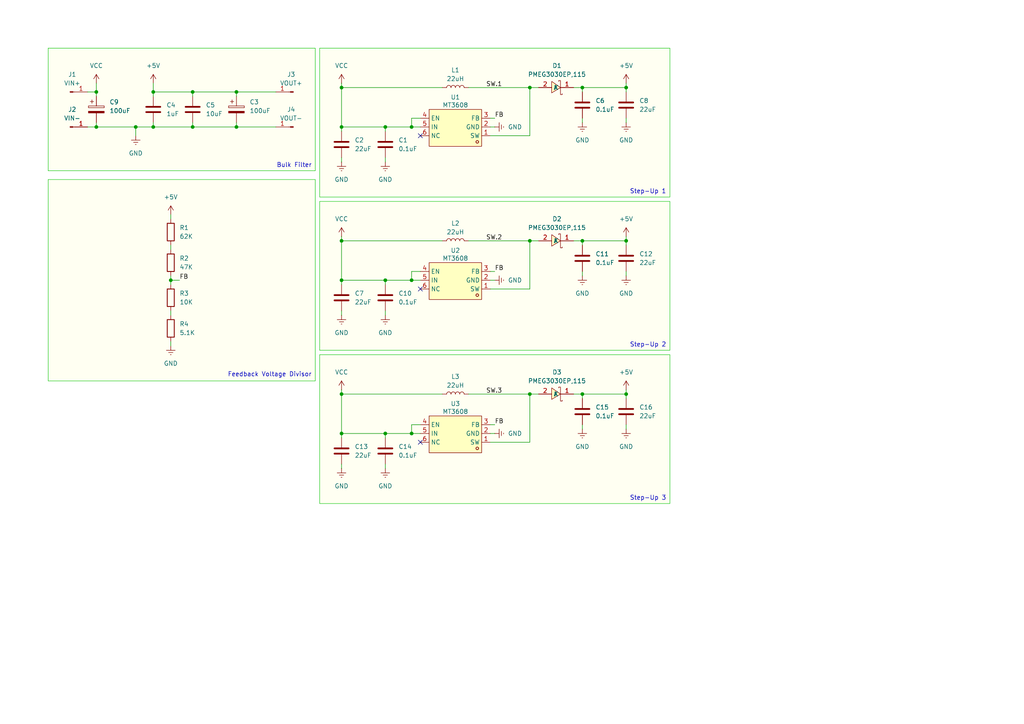
<source format=kicad_sch>
(kicad_sch (version 20250114) (generator "eeschema") (generator_version "9.0")
  (paper "A4")
  (lib_symbols
    (symbol "Connector:Conn_01x01_Pin" (pin_names (offset 1.016) (hide yes))
      (property "Reference" "J" (at 0 2.54 0))
      (property "Value" "Conn_01x01_Pin" (at 0 -2.54 0))
      (symbol "Conn_01x01_Pin_1_1"
        (rectangle (start 0.8636 0.127) (end 0 -0.127) (stroke (width 0.1524)) (fill (type outline)))
        (polyline (pts (xy 1.27 0) (xy 0.8636 0)) (stroke (width 0.1524)))
        (pin passive line (at 5.08 0 180) (length 3.81) (name "Pin_1") (number "1"))
      )
    )
    (symbol "Device:C" (pin_numbers (hide yes)) (pin_names (offset 0.254))
      (property "Reference" "C" (at 0.635 2.54 0))
      (property "Value" "C" (at 0.635 -2.54 0))
      (symbol "C_0_1"
        (polyline (pts (xy -2.032 0.762) (xy 2.032 0.762)) (stroke (width 0.508)))
        (polyline (pts (xy -2.032 -0.762) (xy 2.032 -0.762)) (stroke (width 0.508)))
      )
      (symbol "C_1_1"
        (pin passive line (at 0 3.81 270) (length 2.794) (name "~") (number "1"))
        (pin passive line (at 0 -3.81 90) (length 2.794) (name "~") (number "2"))
      )
    )
    (symbol "Device:C_Polarized" (pin_numbers (hide yes)) (pin_names (offset 0.254))
      (property "Reference" "C" (at 0.635 2.54 0))
      (property "Value" "C_Polarized" (at 0.635 -2.54 0))
      (symbol "C_Polarized_0_1"
        (rectangle (start -2.286 0.508) (end 2.286 1.016))
        (polyline (pts (xy -1.778 2.286) (xy -0.762 2.286)))
        (polyline (pts (xy -1.27 2.794) (xy -1.27 1.778)))
        (rectangle (start 2.286 -0.508) (end -2.286 -1.016) (fill (type outline)))
      )
      (symbol "C_Polarized_1_1"
        (pin passive line (at 0 3.81 270) (length 2.794) (name "~") (number "1"))
        (pin passive line (at 0 -3.81 90) (length 2.794) (name "~") (number "2"))
      )
    )
    (symbol "Device:L" (pin_numbers (hide yes)) (pin_names (offset 1.016) (hide yes))
      (property "Reference" "L" (at -1.27 0 90))
      (property "Value" "L" (at 1.905 0 90))
      (symbol "L_0_1"
        (arc (start 0 2.54) (mid 0.6323 1.905) (end 0 1.27))
        (arc (start 0 1.27) (mid 0.6323 0.635) (end 0 0))
        (arc (start 0 0) (mid 0.6323 -0.635) (end 0 -1.27))
        (arc (start 0 -1.27) (mid 0.6323 -1.905) (end 0 -2.54))
      )
      (symbol "L_1_1"
        (pin passive line (at 0 3.81 270) (length 1.27) (name "1") (number "1"))
        (pin passive line (at 0 -3.81 90) (length 1.27) (name "2") (number "2"))
      )
    )
    (symbol "Device:R" (pin_numbers (hide yes)) (pin_names (offset 0))
      (property "Reference" "R" (at 2.032 0 90))
      (property "Value" "R" (at 0 0 90))
      (symbol "R_0_1"
        (rectangle (start -1.016 -2.54) (end 1.016 2.54) (stroke (width 0.254)))
      )
      (symbol "R_1_1"
        (pin passive line (at 0 3.81 270) (length 1.27) (name "~") (number "1"))
        (pin passive line (at 0 -3.81 90) (length 1.27) (name "~") (number "2"))
      )
    )
    (symbol "EasyEDA:MT3608"
      (property "Reference" "U1" (at 0 10.16 0))
      (property "Value" "MT3608" (at 0 7.62 0))
      (symbol "MT3608_0_1"
        (rectangle (start -7.62 5.59) (end 7.62 -5.08) (fill (type background)))
        (circle (center -6.35 4.32) (radius 0.38))
        (circle (center -6.35 4.32) (radius 0.38))
        (pin unspecified line (at -10.16 2.54 0) (length 2.54) (name "SW") (number "1"))
        (pin unspecified line (at -10.16 0 0) (length 2.54) (name "GND") (number "2"))
        (pin unspecified line (at -10.16 -2.54 0) (length 2.54) (name "FB") (number "3"))
        (pin unspecified line (at 10.16 2.54 180) (length 2.54) (name "NC") (number "6"))
        (pin unspecified line (at 10.16 0 180) (length 2.54) (name "IN") (number "5"))
        (pin unspecified line (at 10.16 -2.54 180) (length 2.54) (name "EN") (number "4"))
      )
    )
    (symbol "EasyEDA:PMEG3030EP,115"
      (property "Reference" "D" (at 0 5.08 0))
      (property "Value" "PMEG3030EP,115" (at 0 -5.08 0))
      (symbol "PMEG3030EP,115_0_1"
        (polyline (pts (xy -1.78 1.78) (xy -1.78 2.03) (xy -1.27 2.03) (xy -1.27 -2.03) (xy -0.76 -2.03) (xy -0.76 -1.78)))
        (polyline (pts (xy 1.27 1.52) (xy -1.27 0) (xy 1.27 -1.78) (xy 1.27 1.52)) (fill (type background)))
        (pin unspecified line (at -5.08 0 0) (length 3.81) (name "K") (number "1"))
        (pin unspecified line (at 5.08 0 180) (length 3.81) (name "A") (number "2"))
      )
    )
    (symbol "power:+5V" (power) (pin_numbers (hide yes)) (pin_names (offset 0) (hide yes))
      (property "Value" "+5V" (at 0 3.556 0))
      (symbol "+5V_0_1"
        (polyline (pts (xy -0.762 1.27) (xy 0 2.54)))
        (polyline (pts (xy 0 2.54) (xy 0.762 1.27)))
        (polyline (pts (xy 0 0) (xy 0 2.54)))
      )
      (symbol "+5V_1_1"
        (pin power_in line (at 0 0 90) (length 0) (name "~") (number "1"))
      )
    )
    (symbol "power:GNDREF" (power) (pin_numbers (hide yes)) (pin_names (offset 0) (hide yes))
      (property "Value" "GNDREF" (at 0 -3.81 0))
      (symbol "GNDREF_0_1"
        (polyline (pts (xy -0.635 -1.905) (xy 0.635 -1.905)))
        (polyline (pts (xy -0.127 -2.54) (xy 0.127 -2.54)))
        (polyline (pts (xy 0 -1.27) (xy 0 0)))
        (polyline (pts (xy 1.27 -1.27) (xy -1.27 -1.27)))
      )
      (symbol "GNDREF_1_1"
        (pin power_in line (at 0 0 270) (length 0) (name "~") (number "1"))
      )
    )
    (symbol "power:VCC" (power) (pin_numbers (hide yes)) (pin_names (offset 0) (hide yes))
      (property "Value" "VCC" (at 0 3.556 0))
      (symbol "VCC_0_1"
        (polyline (pts (xy -0.762 1.27) (xy 0 2.54)))
        (polyline (pts (xy 0 2.54) (xy 0.762 1.27)))
        (polyline (pts (xy 0 0) (xy 0 2.54)))
      )
      (symbol "VCC_1_1"
        (pin power_in line (at 0 0 90) (length 0) (name "~") (number "1"))
      )
    )
  )
  (rectangle (start 13.97 13.97) (end 91.44 49.53) (stroke (width 0.127) (color 0 194 0 1)) (fill (type color) (color 255 255 194 0.2)))
  (rectangle (start 13.97 52.07) (end 91.44 110.49) (stroke (width 0.127) (color 0 194 0 1)) (fill (type color) (color 255 255 194 0.2)))
  (rectangle (start 92.71 58.42) (end 194.31 101.6) (stroke (width 0.127) (color 0 194 0 1)) (fill (type color) (color 255 255 194 0.2)))
  (rectangle (start 92.71 13.97) (end 194.31 57.15) (stroke (width 0.127) (color 0 194 0 1)) (fill (type color) (color 255 255 194 0.2)))
  (rectangle (start 92.71 102.87) (end 194.31 146.05) (stroke (width 0.127) (color 0 194 0 1)) (fill (type color) (color 255 255 194 0.2)))
  (text "Step-Up 3" (at 187.96 144.526 0) (effects (font (size 1.27 1.27))))
  (text "Bulk Filter" (at 85.344 48.006 0) (effects (font (size 1.27 1.27))))
  (text "Step-Up 2" (at 187.96 100.076 0) (effects (font (size 1.27 1.27))))
  (text "Feedback Voltage Divisor" (at 78.232 108.712 0) (effects (font (size 1.27 1.27))))
  (text "Step-Up 1" (at 187.96 55.626 0) (effects (font (size 1.27 1.27))))
  (junction (at 99.06 81.28))
  (junction (at 27.94 26.67))
  (junction (at 153.67 114.3))
  (junction (at 68.58 26.67))
  (junction (at 99.06 69.85))
  (junction (at 119.38 81.28))
  (junction (at 153.67 25.4))
  (junction (at 153.67 69.85))
  (junction (at 111.76 81.28))
  (junction (at 55.88 26.67))
  (junction (at 44.45 26.67))
  (junction (at 111.76 36.83))
  (junction (at 55.88 36.83))
  (junction (at 168.91 25.4))
  (junction (at 68.58 36.83))
  (junction (at 99.06 25.4))
  (junction (at 168.91 114.3))
  (junction (at 181.61 69.85))
  (junction (at 119.38 36.83))
  (junction (at 99.06 36.83))
  (junction (at 99.06 125.73))
  (junction (at 111.76 125.73))
  (junction (at 99.06 114.3))
  (junction (at 181.61 25.4))
  (junction (at 44.45 36.83))
  (junction (at 39.37 36.83))
  (junction (at 27.94 36.83))
  (junction (at 181.61 114.3))
  (junction (at 168.91 69.85))
  (junction (at 49.53 81.28))
  (junction (at 119.38 125.73))
  (no_connect (at 121.92 39.37))
  (no_connect (at 121.92 128.27))
  (no_connect (at 121.92 83.82))
  (wire (pts (xy 111.76 46.99) (xy 111.76 45.72)))
  (wire (pts (xy 99.06 113.03) (xy 99.06 114.3)))
  (wire (pts (xy 168.91 69.85) (xy 168.91 71.12)))
  (wire (pts (xy 168.91 114.3) (xy 181.61 114.3)))
  (wire (pts (xy 44.45 35.56) (xy 44.45 36.83)))
  (wire (pts (xy 142.24 39.37) (xy 153.67 39.37)))
  (wire (pts (xy 153.67 83.82) (xy 153.67 69.85)))
  (wire (pts (xy 181.61 69.85) (xy 181.61 68.58)))
  (wire (pts (xy 25.4 26.67) (xy 27.94 26.67)))
  (wire (pts (xy 168.91 69.85) (xy 181.61 69.85)))
  (wire (pts (xy 55.88 27.94) (xy 55.88 26.67)))
  (wire (pts (xy 153.67 114.3) (xy 135.89 114.3)))
  (wire (pts (xy 49.53 90.17) (xy 49.53 91.44)))
  (wire (pts (xy 99.06 81.28) (xy 111.76 81.28)))
  (wire (pts (xy 142.24 83.82) (xy 153.67 83.82)))
  (wire (pts (xy 111.76 125.73) (xy 119.38 125.73)))
  (wire (pts (xy 119.38 81.28) (xy 121.92 81.28)))
  (wire (pts (xy 168.91 25.4) (xy 168.91 26.67)))
  (wire (pts (xy 181.61 78.74) (xy 181.61 80.01)))
  (wire (pts (xy 153.67 69.85) (xy 156.21 69.85)))
  (wire (pts (xy 168.91 123.19) (xy 168.91 124.46)))
  (wire (pts (xy 119.38 34.29) (xy 119.38 36.83)))
  (wire (pts (xy 143.51 34.29) (xy 142.24 34.29)))
  (wire (pts (xy 68.58 26.67) (xy 80.01 26.67)))
  (wire (pts (xy 99.06 125.73) (xy 99.06 114.3)))
  (wire (pts (xy 99.06 25.4) (xy 128.27 25.4)))
  (wire (pts (xy 181.61 69.85) (xy 181.61 71.12)))
  (wire (pts (xy 153.67 25.4) (xy 156.21 25.4)))
  (wire (pts (xy 99.06 125.73) (xy 111.76 125.73)))
  (wire (pts (xy 55.88 26.67) (xy 68.58 26.67)))
  (wire (pts (xy 99.06 127) (xy 99.06 125.73)))
  (wire (pts (xy 168.91 114.3) (xy 168.91 115.57)))
  (wire (pts (xy 49.53 71.12) (xy 49.53 72.39)))
  (wire (pts (xy 153.67 128.27) (xy 153.67 114.3)))
  (wire (pts (xy 181.61 25.4) (xy 181.61 26.67)))
  (wire (pts (xy 111.76 38.1) (xy 111.76 36.83)))
  (wire (pts (xy 111.76 127) (xy 111.76 125.73)))
  (wire (pts (xy 49.53 81.28) (xy 49.53 82.55)))
  (wire (pts (xy 99.06 90.17) (xy 99.06 91.44)))
  (wire (pts (xy 142.24 125.73) (xy 143.51 125.73)))
  (wire (pts (xy 68.58 26.67) (xy 68.58 27.94)))
  (wire (pts (xy 111.76 82.55) (xy 111.76 81.28)))
  (wire (pts (xy 44.45 24.13) (xy 44.45 26.67)))
  (wire (pts (xy 49.53 62.23) (xy 49.53 63.5)))
  (wire (pts (xy 181.61 123.19) (xy 181.61 124.46)))
  (wire (pts (xy 99.06 38.1) (xy 99.06 36.83)))
  (wire (pts (xy 44.45 26.67) (xy 55.88 26.67)))
  (wire (pts (xy 153.67 39.37) (xy 153.67 25.4)))
  (wire (pts (xy 111.76 91.44) (xy 111.76 90.17)))
  (wire (pts (xy 99.06 134.62) (xy 99.06 135.89)))
  (wire (pts (xy 99.06 82.55) (xy 99.06 81.28)))
  (wire (pts (xy 119.38 125.73) (xy 121.92 125.73)))
  (wire (pts (xy 143.51 123.19) (xy 142.24 123.19)))
  (wire (pts (xy 99.06 81.28) (xy 99.06 69.85)))
  (wire (pts (xy 142.24 36.83) (xy 143.51 36.83)))
  (wire (pts (xy 55.88 35.56) (xy 55.88 36.83)))
  (wire (pts (xy 111.76 81.28) (xy 119.38 81.28)))
  (wire (pts (xy 111.76 36.83) (xy 119.38 36.83)))
  (wire (pts (xy 99.06 36.83) (xy 111.76 36.83)))
  (wire (pts (xy 181.61 114.3) (xy 181.61 115.57)))
  (wire (pts (xy 166.37 69.85) (xy 168.91 69.85)))
  (wire (pts (xy 68.58 36.83) (xy 80.01 36.83)))
  (wire (pts (xy 168.91 34.29) (xy 168.91 35.56)))
  (wire (pts (xy 143.51 78.74) (xy 142.24 78.74)))
  (wire (pts (xy 49.53 99.06) (xy 49.53 100.33)))
  (wire (pts (xy 39.37 36.83) (xy 39.37 39.37)))
  (wire (pts (xy 119.38 36.83) (xy 121.92 36.83)))
  (wire (pts (xy 25.4 36.83) (xy 27.94 36.83)))
  (wire (pts (xy 27.94 24.13) (xy 27.94 26.67)))
  (wire (pts (xy 121.92 123.19) (xy 119.38 123.19)))
  (wire (pts (xy 68.58 35.56) (xy 68.58 36.83)))
  (wire (pts (xy 49.53 81.28) (xy 52.07 81.28)))
  (wire (pts (xy 142.24 81.28) (xy 143.51 81.28)))
  (wire (pts (xy 121.92 78.74) (xy 119.38 78.74)))
  (wire (pts (xy 99.06 24.13) (xy 99.06 25.4)))
  (wire (pts (xy 99.06 69.85) (xy 128.27 69.85)))
  (wire (pts (xy 27.94 35.56) (xy 27.94 36.83)))
  (wire (pts (xy 181.61 34.29) (xy 181.61 35.56)))
  (wire (pts (xy 168.91 25.4) (xy 181.61 25.4)))
  (wire (pts (xy 44.45 36.83) (xy 55.88 36.83)))
  (wire (pts (xy 99.06 36.83) (xy 99.06 25.4)))
  (wire (pts (xy 39.37 36.83) (xy 44.45 36.83)))
  (wire (pts (xy 119.38 78.74) (xy 119.38 81.28)))
  (wire (pts (xy 99.06 45.72) (xy 99.06 46.99)))
  (wire (pts (xy 166.37 114.3) (xy 168.91 114.3)))
  (wire (pts (xy 55.88 36.83) (xy 68.58 36.83)))
  (wire (pts (xy 153.67 114.3) (xy 156.21 114.3)))
  (wire (pts (xy 44.45 27.94) (xy 44.45 26.67)))
  (wire (pts (xy 153.67 69.85) (xy 135.89 69.85)))
  (wire (pts (xy 142.24 128.27) (xy 153.67 128.27)))
  (wire (pts (xy 27.94 27.94) (xy 27.94 26.67)))
  (wire (pts (xy 168.91 78.74) (xy 168.91 80.01)))
  (wire (pts (xy 119.38 123.19) (xy 119.38 125.73)))
  (wire (pts (xy 99.06 68.58) (xy 99.06 69.85)))
  (wire (pts (xy 49.53 80.01) (xy 49.53 81.28)))
  (wire (pts (xy 166.37 25.4) (xy 168.91 25.4)))
  (wire (pts (xy 181.61 25.4) (xy 181.61 24.13)))
  (wire (pts (xy 121.92 34.29) (xy 119.38 34.29)))
  (wire (pts (xy 111.76 135.89) (xy 111.76 134.62)))
  (wire (pts (xy 99.06 114.3) (xy 128.27 114.3)))
  (wire (pts (xy 27.94 36.83) (xy 39.37 36.83)))
  (wire (pts (xy 153.67 25.4) (xy 135.89 25.4)))
  (wire (pts (xy 181.61 114.3) (xy 181.61 113.03)))
  (label "FB" (at 143.51 123.19 0))
  (label "SW.1" (at 140.97 25.4 0))
  (label "FB" (at 52.07 81.28 0))
  (label "" (at 27.94 25.4 0))
  (label "SW.2" (at 140.97 69.85 0))
  (label "FB" (at 143.51 78.74 0))
  (label "FB" (at 143.51 34.29 0))
  (label "SW.3" (at 140.97 114.3 0))
  (symbol (lib_id "power:GNDREF") (at 49.53 100.33 0) (unit 1)
    (property "Reference" "#PWR026" (effects (hide yes)))
    (property "Value" "GND" (at 49.53 105.41 0))
    (property "Description" "Power symbol creates a global label with name \"GNDREF\" , reference supply ground" (effects (hide yes)))
  )
  (symbol (lib_id "Device:C") (at 181.61 74.93 0) (unit 1)
    (property "Reference" "C12" (at 185.42 73.6599 0) (effects (justify left)))
    (property "Value" "22uF" (at 185.42 76.1999 0) (effects (justify left)))
    (property "Footprint" "Capacitor_SMD:C_0201_0603Metric_Pad0.64x0.40mm_HandSolder" (effects (hide yes)))
    (property "Description" "Unpolarized capacitor" (effects (hide yes)))
  )
  (symbol (lib_id "Device:C") (at 99.06 130.81 0) (unit 1)
    (property "Reference" "C13" (at 102.87 129.5399 0) (effects (justify left)))
    (property "Value" "22uF" (at 102.87 132.0799 0) (effects (justify left)))
    (property "Footprint" "Capacitor_SMD:C_0201_0603Metric_Pad0.64x0.40mm_HandSolder" (effects (hide yes)))
    (property "Description" "Unpolarized capacitor" (effects (hide yes)))
  )
  (symbol (lib_id "Device:C") (at 44.45 31.75 0) (unit 1)
    (property "Reference" "C4" (at 48.26 30.4799 0) (effects (justify left)))
    (property "Value" "1uF" (at 48.26 33.0199 0) (effects (justify left)))
    (property "Footprint" "Capacitor_SMD:C_0402_1005Metric_Pad0.74x0.62mm_HandSolder" (effects (hide yes)))
    (property "Description" "Unpolarized capacitor" (effects (hide yes)))
  )
  (symbol (lib_id "power:GNDREF") (at 168.91 35.56 0) (unit 1)
    (property "Reference" "#PWR09" (effects (hide yes)))
    (property "Value" "GND" (at 168.91 40.64 0))
    (property "Description" "Power symbol creates a global label with name \"GNDREF\" , reference supply ground" (effects (hide yes)))
  )
  (symbol (lib_id "power:+5V") (at 44.45 24.13 0) (unit 1)
    (property "Reference" "#PWR03" (effects (hide yes)))
    (property "Value" "+5V" (at 44.45 19.05 0))
    (property "Description" "Power symbol creates a global label with name \"+5V\"" (effects (hide yes)))
  )
  (symbol (lib_id "EasyEDA:PMEG3030EP,115") (at 161.29 114.3 180) (unit 1)
    (property "Reference" "D3" (at 161.545 107.95 0))
    (property "Value" "PMEG3030EP,115" (at 161.545 110.49 0))
    (property "Footprint" "EasyEDA:SOD-128_L3.7-W2.5-LS4.7-RD" (effects (hide yes)))
    (property "Datasheet" "https://lcsc.com/product-detail/New-Arrivals_Nexperia-PMEG3030EP-115_C255587.html" (effects (hide yes)))
    (property "LCSC Part" "C255587" (effects (hide yes)))
  )
  (symbol (lib_id "power:VCC") (at 27.94 24.13 0) (unit 1)
    (property "Reference" "#PWR01" (effects (hide yes)))
    (property "Value" "VCC" (at 27.94 19.05 0))
    (property "Description" "Power symbol creates a global label with name \"VCC\"" (effects (hide yes)))
  )
  (symbol (lib_id "Device:C") (at 168.91 30.48 0) (unit 1)
    (property "Reference" "C6" (at 172.72 29.2099 0) (effects (justify left)))
    (property "Value" "0.1uF" (at 172.72 31.7499 0) (effects (justify left)))
    (property "Footprint" "Capacitor_SMD:C_0201_0603Metric_Pad0.64x0.40mm_HandSolder" (effects (hide yes)))
    (property "Description" "Unpolarized capacitor" (effects (hide yes)))
  )
  (symbol (lib_id "power:GNDREF") (at 99.06 91.44 0) (unit 1)
    (property "Reference" "#PWR012" (effects (hide yes)))
    (property "Value" "GND" (at 99.06 96.52 0))
    (property "Description" "Power symbol creates a global label with name \"GNDREF\" , reference supply ground" (effects (hide yes)))
  )
  (symbol (lib_id "power:GNDREF") (at 111.76 135.89 0) (unit 1)
    (property "Reference" "#PWR020" (effects (hide yes)))
    (property "Value" "GND" (at 111.76 140.97 0))
    (property "Description" "Power symbol creates a global label with name \"GNDREF\" , reference supply ground" (effects (hide yes)))
  )
  (symbol (lib_id "power:VCC") (at 99.06 113.03 0) (unit 1)
    (property "Reference" "#PWR018" (effects (hide yes)))
    (property "Value" "VCC" (at 99.06 107.95 0))
    (property "Description" "Power symbol creates a global label with name \"VCC\"" (effects (hide yes)))
  )
  (symbol (lib_id "power:GNDREF") (at 143.51 125.73 90) (unit 1)
    (property "Reference" "#PWR021" (effects (hide yes)))
    (property "Value" "GND" (at 147.32 125.7299 90) (effects (justify right)))
    (property "Description" "Power symbol creates a global label with name \"GNDREF\" , reference supply ground" (effects (hide yes)))
  )
  (symbol (lib_id "power:GNDREF") (at 181.61 35.56 0) (unit 1)
    (property "Reference" "#PWR010" (effects (hide yes)))
    (property "Value" "GND" (at 181.61 40.64 0))
    (property "Description" "Power symbol creates a global label with name \"GNDREF\" , reference supply ground" (effects (hide yes)))
  )
  (symbol (lib_id "power:GNDREF") (at 143.51 36.83 90) (unit 1)
    (property "Reference" "#PWR04" (effects (hide yes)))
    (property "Value" "GND" (at 147.32 36.8299 90) (effects (justify right)))
    (property "Description" "Power symbol creates a global label with name \"GNDREF\" , reference supply ground" (effects (hide yes)))
  )
  (symbol (lib_id "power:+5V") (at 49.53 62.23 0) (unit 1)
    (property "Reference" "#PWR025" (effects (hide yes)))
    (property "Value" "+5V" (at 49.53 57.15 0))
    (property "Description" "Power symbol creates a global label with name \"+5V\"" (effects (hide yes)))
  )
  (symbol (lib_id "Device:R") (at 49.53 86.36 0) (unit 1)
    (property "Reference" "R3" (at 52.07 85.0899 0) (effects (justify left)))
    (property "Value" "10K" (at 52.07 87.6299 0) (effects (justify left)))
    (property "Footprint" "Resistor_SMD:R_1206_3216Metric_Pad1.30x1.75mm_HandSolder" (effects (hide yes)))
    (property "Description" "Resistor" (effects (hide yes)))
  )
  (symbol (lib_id "Device:C") (at 111.76 86.36 0) (unit 1)
    (property "Reference" "C10" (at 115.57 85.0899 0) (effects (justify left)))
    (property "Value" "0.1uF" (at 115.57 87.6299 0) (effects (justify left)))
    (property "Footprint" "Capacitor_SMD:C_0201_0603Metric_Pad0.64x0.40mm_HandSolder" (effects (hide yes)))
    (property "Description" "Unpolarized capacitor" (effects (hide yes)))
  )
  (symbol (lib_id "power:VCC") (at 99.06 24.13 0) (unit 1)
    (property "Reference" "#PWR07" (effects (hide yes)))
    (property "Value" "VCC" (at 99.06 19.05 0))
    (property "Description" "Power symbol creates a global label with name \"VCC\"" (effects (hide yes)))
  )
  (symbol (lib_id "Device:L") (at 132.08 25.4 90) (unit 1)
    (property "Reference" "L1" (at 132.08 20.32 90))
    (property "Value" "22uH" (at 132.08 22.86 90))
    (property "Footprint" "Inductor_SMD:L_12x12mm_H8mm" (effects (hide yes)))
    (property "Description" "Inductor" (effects (hide yes)))
  )
  (symbol (lib_id "Device:C") (at 111.76 41.91 0) (unit 1)
    (property "Reference" "C1" (at 115.57 40.6399 0) (effects (justify left)))
    (property "Value" "0.1uF" (at 115.57 43.1799 0) (effects (justify left)))
    (property "Footprint" "Capacitor_SMD:C_0201_0603Metric_Pad0.64x0.40mm_HandSolder" (effects (hide yes)))
    (property "Description" "Unpolarized capacitor" (effects (hide yes)))
  )
  (symbol (lib_id "power:+5V") (at 181.61 68.58 0) (unit 1)
    (property "Reference" "#PWR016" (effects (hide yes)))
    (property "Value" "+5V" (at 181.61 63.5 0))
    (property "Description" "Power symbol creates a global label with name \"+5V\"" (effects (hide yes)))
  )
  (symbol (lib_id "Device:C") (at 99.06 41.91 0) (unit 1)
    (property "Reference" "C2" (at 102.87 40.6399 0) (effects (justify left)))
    (property "Value" "22uF" (at 102.87 43.1799 0) (effects (justify left)))
    (property "Footprint" "Capacitor_SMD:C_0201_0603Metric_Pad0.64x0.40mm_HandSolder" (effects (hide yes)))
    (property "Description" "Unpolarized capacitor" (effects (hide yes)))
  )
  (symbol (lib_id "Connector:Conn_01x01_Pin") (at 85.09 36.83 180) (unit 1)
    (property "Reference" "J4" (at 84.455 31.75 0))
    (property "Value" "VOUT-" (at 84.455 34.29 0))
    (property "Description" "Generic connector, single row, 01x01, script generated" (effects (hide yes)))
  )
  (symbol (lib_id "Device:L") (at 132.08 69.85 90) (unit 1)
    (property "Reference" "L2" (at 132.08 64.77 90))
    (property "Value" "22uH" (at 132.08 67.31 90))
    (property "Footprint" "Inductor_SMD:L_12x12mm_H8mm" (effects (hide yes)))
    (property "Description" "Inductor" (effects (hide yes)))
  )
  (symbol (lib_id "power:GNDREF") (at 168.91 80.01 0) (unit 1)
    (property "Reference" "#PWR015" (effects (hide yes)))
    (property "Value" "GND" (at 168.91 85.09 0))
    (property "Description" "Power symbol creates a global label with name \"GNDREF\" , reference supply ground" (effects (hide yes)))
  )
  (symbol (lib_id "Device:C") (at 181.61 119.38 0) (unit 1)
    (property "Reference" "C16" (at 185.42 118.1099 0) (effects (justify left)))
    (property "Value" "22uF" (at 185.42 120.6499 0) (effects (justify left)))
    (property "Footprint" "Capacitor_SMD:C_0201_0603Metric_Pad0.64x0.40mm_HandSolder" (effects (hide yes)))
    (property "Description" "Unpolarized capacitor" (effects (hide yes)))
  )
  (symbol (lib_id "Device:R") (at 49.53 76.2 0) (unit 1)
    (property "Reference" "R2" (at 52.07 74.9299 0) (effects (justify left)))
    (property "Value" "47K" (at 52.07 77.4699 0) (effects (justify left)))
    (property "Footprint" "Resistor_SMD:R_1206_3216Metric_Pad1.30x1.75mm_HandSolder" (effects (hide yes)))
    (property "Description" "Resistor" (effects (hide yes)))
  )
  (symbol (lib_id "Device:L") (at 132.08 114.3 90) (unit 1)
    (property "Reference" "L3" (at 132.08 109.22 90))
    (property "Value" "22uH" (at 132.08 111.76 90))
    (property "Footprint" "Inductor_SMD:L_12x12mm_H8mm" (effects (hide yes)))
    (property "Description" "Inductor" (effects (hide yes)))
  )
  (symbol (lib_id "power:GNDREF") (at 143.51 81.28 90) (unit 1)
    (property "Reference" "#PWR014" (effects (hide yes)))
    (property "Value" "GND" (at 147.32 81.2799 90) (effects (justify right)))
    (property "Description" "Power symbol creates a global label with name \"GNDREF\" , reference supply ground" (effects (hide yes)))
  )
  (symbol (lib_id "Device:R") (at 49.53 67.31 0) (unit 1)
    (property "Reference" "R1" (at 52.07 66.0399 0) (effects (justify left)))
    (property "Value" "62K" (at 52.07 68.5799 0) (effects (justify left)))
    (property "Footprint" "Resistor_SMD:R_1206_3216Metric_Pad1.30x1.75mm_HandSolder" (effects (hide yes)))
    (property "Description" "Resistor" (effects (hide yes)))
  )
  (symbol (lib_id "power:GNDREF") (at 168.91 124.46 0) (unit 1)
    (property "Reference" "#PWR022" (effects (hide yes)))
    (property "Value" "GND" (at 168.91 129.54 0))
    (property "Description" "Power symbol creates a global label with name \"GNDREF\" , reference supply ground" (effects (hide yes)))
  )
  (symbol (lib_id "Connector:Conn_01x01_Pin") (at 85.09 26.67 180) (unit 1)
    (property "Reference" "J3" (at 84.455 21.59 0))
    (property "Value" "VOUT+" (at 84.455 24.13 0))
    (property "Description" "Generic connector, single row, 01x01, script generated" (effects (hide yes)))
  )
  (symbol (lib_id "power:+5V") (at 181.61 113.03 0) (unit 1)
    (property "Reference" "#PWR023" (effects (hide yes)))
    (property "Value" "+5V" (at 181.61 107.95 0))
    (property "Description" "Power symbol creates a global label with name \"+5V\"" (effects (hide yes)))
  )
  (symbol (lib_id "EasyEDA:MT3608") (at 132.08 125.73 180) (unit 1)
    (property "Reference" "U3" (at 132.08 117.094 0))
    (property "Value" "MT3608" (at 132.08 119.38 0))
    (property "Footprint" "EasyEDA:SOT-23-6_L2.9-W1.6-P0.95-LS2.8-BL" (effects (hide yes)))
    (property "Datasheet" "https://lcsc.com/product-detail/DC-DC-Converters_MT3608_C84817.html" (effects (hide yes)))
    (property "LCSC Part" "C84817" (effects (hide yes)))
  )
  (symbol (lib_id "power:GNDREF") (at 111.76 91.44 0) (unit 1)
    (property "Reference" "#PWR013" (effects (hide yes)))
    (property "Value" "GND" (at 111.76 96.52 0))
    (property "Description" "Power symbol creates a global label with name \"GNDREF\" , reference supply ground" (effects (hide yes)))
  )
  (symbol (lib_id "power:VCC") (at 99.06 68.58 0) (unit 1)
    (property "Reference" "#PWR011" (effects (hide yes)))
    (property "Value" "VCC" (at 99.06 63.5 0))
    (property "Description" "Power symbol creates a global label with name \"VCC\"" (effects (hide yes)))
  )
  (symbol (lib_id "Connector:Conn_01x01_Pin") (at 20.32 26.67 0) (unit 1)
    (property "Reference" "J1" (at 20.955 21.59 0))
    (property "Value" "VIN+" (at 20.955 24.13 0))
    (property "Description" "Generic connector, single row, 01x01, script generated" (effects (hide yes)))
  )
  (symbol (lib_id "EasyEDA:PMEG3030EP,115") (at 161.29 69.85 180) (unit 1)
    (property "Reference" "D2" (at 161.545 63.5 0))
    (property "Value" "PMEG3030EP,115" (at 161.545 66.04 0))
    (property "Footprint" "EasyEDA:SOD-128_L3.7-W2.5-LS4.7-RD" (effects (hide yes)))
    (property "Datasheet" "https://lcsc.com/product-detail/New-Arrivals_Nexperia-PMEG3030EP-115_C255587.html" (effects (hide yes)))
    (property "LCSC Part" "C255587" (effects (hide yes)))
  )
  (symbol (lib_id "power:GNDREF") (at 39.37 39.37 0) (unit 1)
    (property "Reference" "#PWR02" (effects (hide yes)))
    (property "Value" "GND" (at 39.37 44.45 0))
    (property "Description" "Power symbol creates a global label with name \"GNDREF\" , reference supply ground" (effects (hide yes)))
  )
  (symbol (lib_id "EasyEDA:MT3608") (at 132.08 81.28 180) (unit 1)
    (property "Reference" "U2" (at 132.08 72.644 0))
    (property "Value" "MT3608" (at 132.08 74.93 0))
    (property "Footprint" "EasyEDA:SOT-23-6_L2.9-W1.6-P0.95-LS2.8-BL" (effects (hide yes)))
    (property "Datasheet" "https://lcsc.com/product-detail/DC-DC-Converters_MT3608_C84817.html" (effects (hide yes)))
    (property "LCSC Part" "C84817" (effects (hide yes)))
  )
  (symbol (lib_id "Device:C") (at 111.76 130.81 0) (unit 1)
    (property "Reference" "C14" (at 115.57 129.5399 0) (effects (justify left)))
    (property "Value" "0.1uF" (at 115.57 132.0799 0) (effects (justify left)))
    (property "Footprint" "Capacitor_SMD:C_0201_0603Metric_Pad0.64x0.40mm_HandSolder" (effects (hide yes)))
    (property "Description" "Unpolarized capacitor" (effects (hide yes)))
  )
  (symbol (lib_id "power:GNDREF") (at 181.61 80.01 0) (unit 1)
    (property "Reference" "#PWR017" (effects (hide yes)))
    (property "Value" "GND" (at 181.61 85.09 0))
    (property "Description" "Power symbol creates a global label with name \"GNDREF\" , reference supply ground" (effects (hide yes)))
  )
  (symbol (lib_id "Device:C_Polarized") (at 27.94 31.75 0) (unit 1)
    (property "Reference" "C9" (at 31.75 29.5909 0) (effects (justify left)))
    (property "Value" "100uF" (at 31.75 32.1309 0) (effects (justify left)))
    (property "Footprint" "Capacitor_SMD:CP_Elec_8x10.5" (effects (hide yes)))
    (property "Description" "Polarized capacitor" (effects (hide yes)))
  )
  (symbol (lib_id "power:GNDREF") (at 111.76 46.99 0) (unit 1)
    (property "Reference" "#PWR05" (effects (hide yes)))
    (property "Value" "GND" (at 111.76 52.07 0))
    (property "Description" "Power symbol creates a global label with name \"GNDREF\" , reference supply ground" (effects (hide yes)))
  )
  (symbol (lib_id "Device:C") (at 181.61 30.48 0) (unit 1)
    (property "Reference" "C8" (at 185.42 29.2099 0) (effects (justify left)))
    (property "Value" "22uF" (at 185.42 31.7499 0) (effects (justify left)))
    (property "Footprint" "Capacitor_SMD:C_0201_0603Metric_Pad0.64x0.40mm_HandSolder" (effects (hide yes)))
    (property "Description" "Unpolarized capacitor" (effects (hide yes)))
  )
  (symbol (lib_id "power:GNDREF") (at 99.06 46.99 0) (unit 1)
    (property "Reference" "#PWR06" (effects (hide yes)))
    (property "Value" "GND" (at 99.06 52.07 0))
    (property "Description" "Power symbol creates a global label with name \"GNDREF\" , reference supply ground" (effects (hide yes)))
  )
  (symbol (lib_id "Device:C") (at 55.88 31.75 0) (unit 1)
    (property "Reference" "C5" (at 59.69 30.4799 0) (effects (justify left)))
    (property "Value" "10uF" (at 59.69 33.0199 0) (effects (justify left)))
    (property "Footprint" "Capacitor_SMD:C_0603_1608Metric_Pad1.08x0.95mm_HandSolder" (effects (hide yes)))
    (property "Description" "Unpolarized capacitor" (effects (hide yes)))
  )
  (symbol (lib_id "power:+5V") (at 181.61 24.13 0) (unit 1)
    (property "Reference" "#PWR08" (effects (hide yes)))
    (property "Value" "+5V" (at 181.61 19.05 0))
    (property "Description" "Power symbol creates a global label with name \"+5V\"" (effects (hide yes)))
  )
  (symbol (lib_id "EasyEDA:PMEG3030EP,115") (at 161.29 25.4 180) (unit 1)
    (property "Reference" "D1" (at 161.545 19.05 0))
    (property "Value" "PMEG3030EP,115" (at 161.545 21.59 0))
    (property "Footprint" "EasyEDA:SOD-128_L3.7-W2.5-LS4.7-RD" (effects (hide yes)))
    (property "Datasheet" "https://lcsc.com/product-detail/New-Arrivals_Nexperia-PMEG3030EP-115_C255587.html" (effects (hide yes)))
    (property "LCSC Part" "C255587" (effects (hide yes)))
  )
  (symbol (lib_id "power:GNDREF") (at 99.06 135.89 0) (unit 1)
    (property "Reference" "#PWR019" (effects (hide yes)))
    (property "Value" "GND" (at 99.06 140.97 0))
    (property "Description" "Power symbol creates a global label with name \"GNDREF\" , reference supply ground" (effects (hide yes)))
  )
  (symbol (lib_id "Device:C") (at 168.91 74.93 0) (unit 1)
    (property "Reference" "C11" (at 172.72 73.6599 0) (effects (justify left)))
    (property "Value" "0.1uF" (at 172.72 76.1999 0) (effects (justify left)))
    (property "Footprint" "Capacitor_SMD:C_0201_0603Metric_Pad0.64x0.40mm_HandSolder" (effects (hide yes)))
    (property "Description" "Unpolarized capacitor" (effects (hide yes)))
  )
  (symbol (lib_id "power:GNDREF") (at 181.61 124.46 0) (unit 1)
    (property "Reference" "#PWR024" (effects (hide yes)))
    (property "Value" "GND" (at 181.61 129.54 0))
    (property "Description" "Power symbol creates a global label with name \"GNDREF\" , reference supply ground" (effects (hide yes)))
  )
  (symbol (lib_id "Connector:Conn_01x01_Pin") (at 20.32 36.83 0) (unit 1)
    (property "Reference" "J2" (at 20.955 31.75 0))
    (property "Value" "VIN-" (at 20.955 34.29 0))
    (property "Description" "Generic connector, single row, 01x01, script generated" (effects (hide yes)))
  )
  (symbol (lib_id "Device:C_Polarized") (at 68.58 31.75 0) (unit 1)
    (property "Reference" "C3" (at 72.39 29.5909 0) (effects (justify left)))
    (property "Value" "100uF" (at 72.39 32.1309 0) (effects (justify left)))
    (property "Footprint" "Capacitor_SMD:CP_Elec_8x10.5" (effects (hide yes)))
    (property "Description" "Polarized capacitor" (effects (hide yes)))
  )
  (symbol (lib_id "Device:C") (at 168.91 119.38 0) (unit 1)
    (property "Reference" "C15" (at 172.72 118.1099 0) (effects (justify left)))
    (property "Value" "0.1uF" (at 172.72 120.6499 0) (effects (justify left)))
    (property "Footprint" "Capacitor_SMD:C_0201_0603Metric_Pad0.64x0.40mm_HandSolder" (effects (hide yes)))
    (property "Description" "Unpolarized capacitor" (effects (hide yes)))
  )
  (symbol (lib_id "Device:C") (at 99.06 86.36 0) (unit 1)
    (property "Reference" "C7" (at 102.87 85.0899 0) (effects (justify left)))
    (property "Value" "22uF" (at 102.87 87.6299 0) (effects (justify left)))
    (property "Footprint" "Capacitor_SMD:C_0201_0603Metric_Pad0.64x0.40mm_HandSolder" (effects (hide yes)))
    (property "Description" "Unpolarized capacitor" (effects (hide yes)))
  )
  (symbol (lib_id "Device:R") (at 49.53 95.25 0) (unit 1)
    (property "Reference" "R4" (at 52.07 93.9799 0) (effects (justify left)))
    (property "Value" "5.1K" (at 52.07 96.5199 0) (effects (justify left)))
    (property "Footprint" "Resistor_SMD:R_1206_3216Metric_Pad1.30x1.75mm_HandSolder" (effects (hide yes)))
    (property "Description" "Resistor" (effects (hide yes)))
  )
  (symbol (lib_id "EasyEDA:MT3608") (at 132.08 36.83 180) (unit 1)
    (property "Reference" "U1" (at 132.08 28.194 0))
    (property "Value" "MT3608" (at 132.08 30.48 0))
    (property "Footprint" "EasyEDA:SOT-23-6_L2.9-W1.6-P0.95-LS2.8-BL" (effects (hide yes)))
    (property "Datasheet" "https://lcsc.com/product-detail/DC-DC-Converters_MT3608_C84817.html" (effects (hide yes)))
    (property "LCSC Part" "C84817" (effects (hide yes)))
  )
)
</source>
